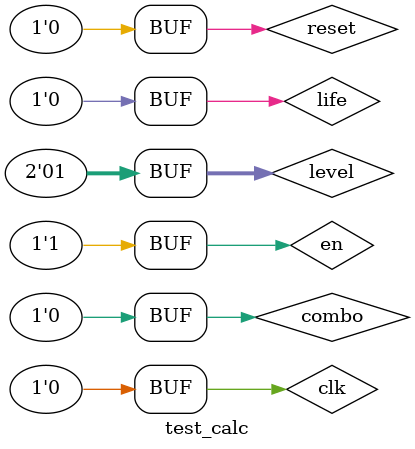
<source format=sv>
`timescale 1ns / 1ps


module test_calc();
    logic clk;
    logic reset;
    logic en;
    logic combo;
    logic [1:0] level;
    logic life;
    logic [7:0] o_combo;
    logic [15:0] o_score;
    logic [1:0] o_life;

    calc_module calc (clk, reset, en, combo, level, life, 
             o_combo, o_score, o_life);
    
    always
       begin 
       clk = 1; #5; 
       clk = 0; #5;
       end
            
    initial begin
    reset = 1; en = 1; combo = 1; level = 2'b01; life = 1; #10; 
    reset = 0; combo = 1; #10;
    combo = 1; #10;  
    combo = 0; life = 0; #10;
    end  
endmodule

</source>
